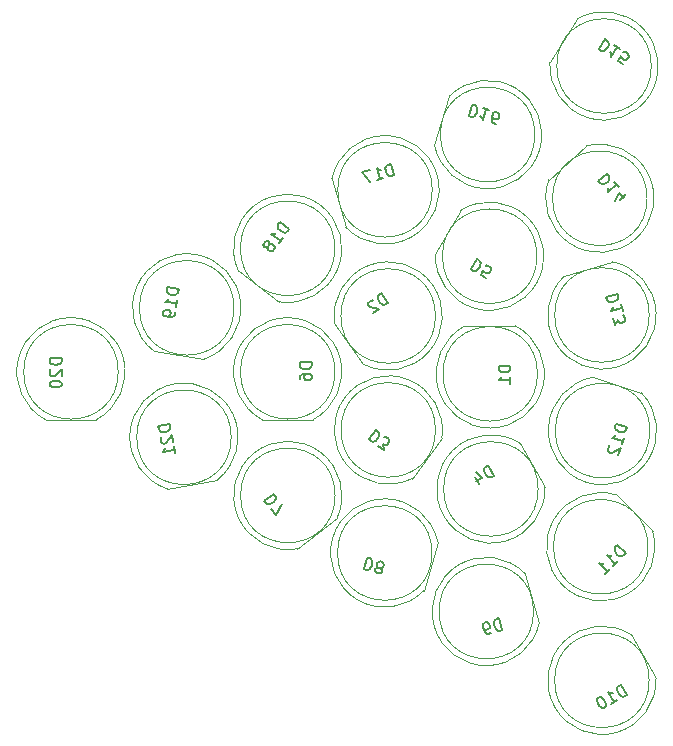
<source format=gbr>
%TF.GenerationSoftware,KiCad,Pcbnew,(6.0.2)*%
%TF.CreationDate,2022-03-10T12:30:13-08:00*%
%TF.ProjectId,triangle,74726961-6e67-46c6-952e-6b696361645f,rev?*%
%TF.SameCoordinates,Original*%
%TF.FileFunction,Legend,Bot*%
%TF.FilePolarity,Positive*%
%FSLAX46Y46*%
G04 Gerber Fmt 4.6, Leading zero omitted, Abs format (unit mm)*
G04 Created by KiCad (PCBNEW (6.0.2)) date 2022-03-10 12:30:13*
%MOMM*%
%LPD*%
G01*
G04 APERTURE LIST*
%ADD10C,0.150000*%
%ADD11C,0.120000*%
G04 APERTURE END LIST*
D10*
%TO.C,D9*%
X148734195Y-105381409D02*
X148458558Y-104420148D01*
X148229686Y-104485776D01*
X148105489Y-104570927D01*
X148040191Y-104688727D01*
X148020668Y-104793401D01*
X148027396Y-104989624D01*
X148066773Y-105126947D01*
X148165049Y-105296919D01*
X148237075Y-105375342D01*
X148354875Y-105440640D01*
X148505323Y-105447037D01*
X148734195Y-105381409D01*
X147727159Y-105670172D02*
X147544062Y-105722675D01*
X147439387Y-105703151D01*
X147380487Y-105670503D01*
X147249562Y-105559431D01*
X147151285Y-105389459D01*
X147046281Y-105023264D01*
X147065804Y-104918590D01*
X147098453Y-104859690D01*
X147176876Y-104787664D01*
X147359973Y-104735162D01*
X147464647Y-104754685D01*
X147523547Y-104787334D01*
X147595573Y-104865757D01*
X147661201Y-105094629D01*
X147641678Y-105199303D01*
X147609029Y-105258203D01*
X147530606Y-105330229D01*
X147347508Y-105382731D01*
X147242834Y-105363208D01*
X147183934Y-105330559D01*
X147111908Y-105252136D01*
%TO.C,D12*%
X159305474Y-88234939D02*
X158354418Y-87925922D01*
X158280842Y-88152364D01*
X158281985Y-88302944D01*
X158343132Y-88422951D01*
X158418994Y-88497670D01*
X158585432Y-88601818D01*
X158721297Y-88645964D01*
X158917166Y-88659536D01*
X159022458Y-88643677D01*
X159142465Y-88582531D01*
X159231899Y-88461381D01*
X159305474Y-88234939D01*
X158834591Y-89684168D02*
X159011172Y-89140707D01*
X158922882Y-89412437D02*
X157971825Y-89103420D01*
X158137121Y-89056989D01*
X158257128Y-88995842D01*
X158331846Y-88919980D01*
X157856391Y-89766888D02*
X157796387Y-89797461D01*
X157721669Y-89873323D01*
X157648093Y-90099765D01*
X157663951Y-90205057D01*
X157694525Y-90265060D01*
X157770386Y-90339779D01*
X157860963Y-90369209D01*
X158011544Y-90368066D01*
X158731586Y-90001186D01*
X158540289Y-90589936D01*
%TO.C,D15*%
X157409952Y-55372885D02*
X156880033Y-56220933D01*
X157081949Y-56347105D01*
X157228333Y-56382424D01*
X157359568Y-56352126D01*
X157450420Y-56296594D01*
X157591740Y-56160295D01*
X157667443Y-56039145D01*
X157727997Y-55852378D01*
X157738082Y-55746378D01*
X157707784Y-55615143D01*
X157611868Y-55499057D01*
X157409952Y-55372885D01*
X158702216Y-56180381D02*
X158217617Y-55877570D01*
X158459917Y-56028976D02*
X157929997Y-56877024D01*
X157924934Y-56705406D01*
X157894636Y-56574171D01*
X157839103Y-56483319D01*
X158939578Y-57507880D02*
X158535746Y-57255538D01*
X158747705Y-56826471D01*
X158762854Y-56892088D01*
X158818386Y-56982940D01*
X159020303Y-57109111D01*
X159126303Y-57119197D01*
X159191921Y-57104048D01*
X159282773Y-57048516D01*
X159408944Y-56846599D01*
X159419029Y-56740599D01*
X159403880Y-56674981D01*
X159348348Y-56584129D01*
X159146432Y-56457958D01*
X159040431Y-56447873D01*
X158974813Y-56463022D01*
%TO.C,D21*%
X120584649Y-87975606D02*
X119599842Y-88149255D01*
X119641186Y-88383733D01*
X119712889Y-88516150D01*
X119823218Y-88593404D01*
X119925278Y-88623761D01*
X120121130Y-88637581D01*
X120261816Y-88612774D01*
X120441130Y-88532803D01*
X120526652Y-88469369D01*
X120603905Y-88359040D01*
X120625994Y-88210084D01*
X120584649Y-87975606D01*
X119859012Y-89070629D02*
X119820385Y-89125793D01*
X119790028Y-89227854D01*
X119831372Y-89462332D01*
X119894806Y-89547854D01*
X119949971Y-89586480D01*
X120052031Y-89616838D01*
X120145822Y-89600300D01*
X120278240Y-89528598D01*
X120741760Y-88866623D01*
X120849256Y-89476266D01*
X121014635Y-90414178D02*
X120915408Y-89851431D01*
X120965021Y-90132804D02*
X119980214Y-90306452D01*
X120104363Y-90187854D01*
X120181616Y-90077525D01*
X120211974Y-89975465D01*
%TO.C,D5*%
X146536981Y-73989178D02*
X146036981Y-74855204D01*
X146243177Y-74974252D01*
X146390705Y-75004441D01*
X146520802Y-74969581D01*
X146609661Y-74910912D01*
X146746138Y-74769764D01*
X146817567Y-74646047D01*
X146871565Y-74457280D01*
X146877945Y-74350992D01*
X146843086Y-74220894D01*
X146743177Y-74108226D01*
X146536981Y-73989178D01*
X147315399Y-75593299D02*
X146903006Y-75355204D01*
X147099862Y-74919001D01*
X147117292Y-74984050D01*
X147175961Y-75072908D01*
X147382157Y-75191956D01*
X147488446Y-75198336D01*
X147553494Y-75180906D01*
X147642353Y-75122237D01*
X147761400Y-74916040D01*
X147767780Y-74809752D01*
X147750350Y-74744704D01*
X147691681Y-74655845D01*
X147485485Y-74536798D01*
X147379197Y-74530418D01*
X147314148Y-74547848D01*
%TO.C,D7*%
X129352064Y-93839859D02*
X128564053Y-94455520D01*
X128710639Y-94643142D01*
X128836115Y-94726398D01*
X128969798Y-94742812D01*
X129074164Y-94721702D01*
X129253578Y-94641957D01*
X129366151Y-94554006D01*
X129486931Y-94399213D01*
X129532663Y-94303054D01*
X129549077Y-94169371D01*
X129498650Y-94027481D01*
X129352064Y-93839859D01*
X129121080Y-95168483D02*
X129531521Y-95693823D01*
X130055677Y-94740443D01*
%TO.C,D20*%
X111402380Y-82385714D02*
X110402380Y-82385714D01*
X110402380Y-82623809D01*
X110450000Y-82766666D01*
X110545238Y-82861904D01*
X110640476Y-82909523D01*
X110830952Y-82957142D01*
X110973809Y-82957142D01*
X111164285Y-82909523D01*
X111259523Y-82861904D01*
X111354761Y-82766666D01*
X111402380Y-82623809D01*
X111402380Y-82385714D01*
X110497619Y-83338095D02*
X110450000Y-83385714D01*
X110402380Y-83480952D01*
X110402380Y-83719047D01*
X110450000Y-83814285D01*
X110497619Y-83861904D01*
X110592857Y-83909523D01*
X110688095Y-83909523D01*
X110830952Y-83861904D01*
X111402380Y-83290476D01*
X111402380Y-83909523D01*
X110402380Y-84528571D02*
X110402380Y-84623809D01*
X110450000Y-84719047D01*
X110497619Y-84766666D01*
X110592857Y-84814285D01*
X110783333Y-84861904D01*
X111021428Y-84861904D01*
X111211904Y-84814285D01*
X111307142Y-84766666D01*
X111354761Y-84719047D01*
X111402380Y-84623809D01*
X111402380Y-84528571D01*
X111354761Y-84433333D01*
X111307142Y-84385714D01*
X111211904Y-84338095D01*
X111021428Y-84290476D01*
X110783333Y-84290476D01*
X110592857Y-84338095D01*
X110497619Y-84385714D01*
X110450000Y-84433333D01*
X110402380Y-84528571D01*
%TO.C,D18*%
X130692062Y-71452477D02*
X129893427Y-70850662D01*
X129750138Y-71040814D01*
X129702194Y-71183562D01*
X129720939Y-71316939D01*
X129768342Y-71412285D01*
X129891805Y-71564946D01*
X130005896Y-71650920D01*
X130186675Y-71727521D01*
X130291393Y-71746807D01*
X130424769Y-71728062D01*
X130548773Y-71642629D01*
X130692062Y-71452477D01*
X129775011Y-72669446D02*
X130118905Y-72213083D01*
X129946958Y-72441264D02*
X129148323Y-71839449D01*
X129319729Y-71849362D01*
X129453105Y-71830618D01*
X129548451Y-71783215D01*
X128974753Y-72781915D02*
X128994039Y-72677196D01*
X128984667Y-72610508D01*
X128937264Y-72515162D01*
X128899234Y-72486504D01*
X128794515Y-72467219D01*
X128727827Y-72476591D01*
X128632481Y-72523994D01*
X128517850Y-72676115D01*
X128498564Y-72780833D01*
X128507937Y-72847522D01*
X128555339Y-72942868D01*
X128593370Y-72971525D01*
X128698088Y-72990811D01*
X128764776Y-72981438D01*
X128860122Y-72934036D01*
X128974753Y-72781915D01*
X129070099Y-72734512D01*
X129136788Y-72725140D01*
X129241506Y-72744425D01*
X129393627Y-72859057D01*
X129441030Y-72954403D01*
X129450402Y-73021091D01*
X129431117Y-73125809D01*
X129316485Y-73277930D01*
X129221139Y-73325333D01*
X129154451Y-73334705D01*
X129049733Y-73315420D01*
X128897612Y-73200788D01*
X128850209Y-73105442D01*
X128840837Y-73038754D01*
X128860122Y-72934036D01*
%TO.C,D1*%
X149402380Y-83011904D02*
X148402380Y-83011904D01*
X148402380Y-83250000D01*
X148450000Y-83392857D01*
X148545238Y-83488095D01*
X148640476Y-83535714D01*
X148830952Y-83583333D01*
X148973809Y-83583333D01*
X149164285Y-83535714D01*
X149259523Y-83488095D01*
X149354761Y-83392857D01*
X149402380Y-83250000D01*
X149402380Y-83011904D01*
X149402380Y-84535714D02*
X149402380Y-83964285D01*
X149402380Y-84250000D02*
X148402380Y-84250000D01*
X148545238Y-84154761D01*
X148640476Y-84059523D01*
X148688095Y-83964285D01*
%TO.C,D6*%
X132577180Y-82746104D02*
X131577180Y-82746104D01*
X131577180Y-82984200D01*
X131624800Y-83127057D01*
X131720038Y-83222295D01*
X131815276Y-83269914D01*
X132005752Y-83317533D01*
X132148609Y-83317533D01*
X132339085Y-83269914D01*
X132434323Y-83222295D01*
X132529561Y-83127057D01*
X132577180Y-82984200D01*
X132577180Y-82746104D01*
X131577180Y-84174676D02*
X131577180Y-83984200D01*
X131624800Y-83888961D01*
X131672419Y-83841342D01*
X131815276Y-83746104D01*
X132005752Y-83698485D01*
X132386704Y-83698485D01*
X132481942Y-83746104D01*
X132529561Y-83793723D01*
X132577180Y-83888961D01*
X132577180Y-84079438D01*
X132529561Y-84174676D01*
X132481942Y-84222295D01*
X132386704Y-84269914D01*
X132148609Y-84269914D01*
X132053371Y-84222295D01*
X132005752Y-84174676D01*
X131958133Y-84079438D01*
X131958133Y-83888961D01*
X132005752Y-83793723D01*
X132053371Y-83746104D01*
X132148609Y-83698485D01*
%TO.C,D16*%
X146171036Y-60912363D02*
X145878664Y-61868667D01*
X146106356Y-61938280D01*
X146256893Y-61934509D01*
X146375815Y-61871277D01*
X146449198Y-61794123D01*
X146550426Y-61625892D01*
X146592193Y-61489277D01*
X146602345Y-61293201D01*
X146584652Y-61188202D01*
X146521420Y-61069281D01*
X146398727Y-60981975D01*
X146171036Y-60912363D01*
X147628262Y-61357881D02*
X147081802Y-61190812D01*
X147355032Y-61274347D02*
X147062660Y-62230651D01*
X147013351Y-62066192D01*
X146950119Y-61947270D01*
X146872965Y-61873887D01*
X148155580Y-62564791D02*
X147973427Y-62509101D01*
X147896273Y-62435717D01*
X147864657Y-62376257D01*
X147815347Y-62211797D01*
X147825499Y-62015721D01*
X147936879Y-61651414D01*
X148010262Y-61574260D01*
X148069723Y-61542644D01*
X148174722Y-61524951D01*
X148356875Y-61580641D01*
X148434029Y-61654024D01*
X148465645Y-61713485D01*
X148483339Y-61818484D01*
X148413726Y-62046176D01*
X148340343Y-62123330D01*
X148280882Y-62154946D01*
X148175883Y-62172639D01*
X147993730Y-62116949D01*
X147916576Y-62043566D01*
X147884960Y-61984105D01*
X147867266Y-61879106D01*
%TO.C,D11*%
X159178511Y-98911251D02*
X158471404Y-98204145D01*
X158303045Y-98372503D01*
X158235702Y-98507190D01*
X158235702Y-98641877D01*
X158269374Y-98742893D01*
X158370389Y-98911251D01*
X158471404Y-99012267D01*
X158639763Y-99113282D01*
X158740778Y-99146954D01*
X158875465Y-99146954D01*
X159010152Y-99079610D01*
X159178511Y-98911251D01*
X158101015Y-99988748D02*
X158505076Y-99584687D01*
X158303045Y-99786717D02*
X157595938Y-99079610D01*
X157764297Y-99113282D01*
X157898984Y-99113282D01*
X158000000Y-99079610D01*
X157427580Y-100662183D02*
X157831641Y-100258122D01*
X157629610Y-100460152D02*
X156922503Y-99753045D01*
X157090862Y-99786717D01*
X157225549Y-99786717D01*
X157326564Y-99753045D01*
%TO.C,D19*%
X121336767Y-76521432D02*
X120349079Y-76364997D01*
X120311832Y-76600161D01*
X120336517Y-76748709D01*
X120415684Y-76857673D01*
X120502301Y-76919604D01*
X120682983Y-76996434D01*
X120824081Y-77018782D01*
X121019661Y-77001546D01*
X121121176Y-76969412D01*
X121230140Y-76890245D01*
X121299521Y-76756596D01*
X121336767Y-76521432D01*
X121098391Y-78026481D02*
X121187782Y-77462087D01*
X121143086Y-77744284D02*
X120155398Y-77587849D01*
X120311395Y-77516132D01*
X120420359Y-77436965D01*
X120482290Y-77350348D01*
X121023898Y-78496808D02*
X120994101Y-78684939D01*
X120932170Y-78771556D01*
X120877688Y-78811139D01*
X120721691Y-78882857D01*
X120526110Y-78900093D01*
X120149848Y-78840499D01*
X120063232Y-78778567D01*
X120023648Y-78724085D01*
X119991514Y-78622571D01*
X120021311Y-78434439D01*
X120083243Y-78347823D01*
X120137725Y-78308240D01*
X120239239Y-78276105D01*
X120474403Y-78313352D01*
X120561020Y-78375283D01*
X120600603Y-78429765D01*
X120632737Y-78531280D01*
X120602940Y-78719411D01*
X120541009Y-78806027D01*
X120486527Y-78845611D01*
X120385012Y-78877745D01*
%TO.C,D3*%
X138018771Y-88450174D02*
X137430986Y-89259191D01*
X137623609Y-89399140D01*
X137767172Y-89444585D01*
X137900201Y-89423515D01*
X137994705Y-89374456D01*
X138145189Y-89248347D01*
X138229158Y-89132773D01*
X138302593Y-88950685D01*
X138320048Y-88845646D01*
X138298978Y-88712617D01*
X138211394Y-88590123D01*
X138018771Y-88450174D01*
X138162953Y-89790997D02*
X138663773Y-90154864D01*
X138618019Y-89650739D01*
X138733593Y-89734708D01*
X138838632Y-89752163D01*
X138905146Y-89741628D01*
X138999651Y-89692568D01*
X139139599Y-89499945D01*
X139157054Y-89394906D01*
X139146520Y-89328392D01*
X139097460Y-89233888D01*
X138866312Y-89065949D01*
X138761273Y-89048494D01*
X138694759Y-89059029D01*
%TO.C,D10*%
X159277792Y-110884630D02*
X158777792Y-110018605D01*
X158571596Y-110137652D01*
X158471687Y-110250320D01*
X158436828Y-110380418D01*
X158443208Y-110486706D01*
X158497206Y-110675473D01*
X158568635Y-110799191D01*
X158705112Y-110940338D01*
X158793971Y-110999007D01*
X158924068Y-111033867D01*
X159071596Y-111003678D01*
X159277792Y-110884630D01*
X157958134Y-111646535D02*
X158453006Y-111360821D01*
X158205570Y-111503678D02*
X157705570Y-110637652D01*
X157859478Y-110713751D01*
X157989575Y-110748611D01*
X158095863Y-110742231D01*
X156922024Y-111090033D02*
X156839545Y-111137652D01*
X156780876Y-111226511D01*
X156763446Y-111291559D01*
X156769826Y-111397848D01*
X156823825Y-111586614D01*
X156942872Y-111792811D01*
X157079350Y-111933959D01*
X157168208Y-111992628D01*
X157233257Y-112010057D01*
X157339545Y-112003678D01*
X157422024Y-111956059D01*
X157480693Y-111867200D01*
X157498122Y-111802151D01*
X157491743Y-111695863D01*
X157437744Y-111507097D01*
X157318696Y-111300900D01*
X157182219Y-111159752D01*
X157093360Y-111101083D01*
X157028312Y-111083653D01*
X156922024Y-111090033D01*
%TO.C,D8*%
X137265190Y-99261696D02*
X136989553Y-100222958D01*
X137218424Y-100288586D01*
X137368873Y-100282188D01*
X137486673Y-100216891D01*
X137558699Y-100138468D01*
X137656975Y-99968496D01*
X137696352Y-99831173D01*
X137703080Y-99634950D01*
X137683557Y-99530275D01*
X137618259Y-99412475D01*
X137494062Y-99327324D01*
X137265190Y-99261696D01*
X138206268Y-100126003D02*
X138101593Y-100145526D01*
X138042693Y-100178175D01*
X137970668Y-100256598D01*
X137957542Y-100302372D01*
X137977065Y-100407047D01*
X138009714Y-100465947D01*
X138088137Y-100537972D01*
X138271235Y-100590475D01*
X138375909Y-100570951D01*
X138434809Y-100538303D01*
X138506835Y-100459879D01*
X138519960Y-100414105D01*
X138500437Y-100309431D01*
X138467788Y-100250531D01*
X138389365Y-100178505D01*
X138206268Y-100126003D01*
X138127844Y-100053977D01*
X138095196Y-99995077D01*
X138075673Y-99890403D01*
X138128175Y-99707306D01*
X138200200Y-99628882D01*
X138259100Y-99596234D01*
X138363775Y-99576711D01*
X138546872Y-99629213D01*
X138625295Y-99701238D01*
X138657944Y-99760138D01*
X138677467Y-99864813D01*
X138624965Y-100047910D01*
X138552939Y-100126333D01*
X138494039Y-100158982D01*
X138389365Y-100178505D01*
%TO.C,D17*%
X139541939Y-66900153D02*
X139266302Y-65938892D01*
X139037430Y-66004520D01*
X138913232Y-66089671D01*
X138847935Y-66207471D01*
X138828411Y-66312145D01*
X138835139Y-66508368D01*
X138874516Y-66645691D01*
X138972793Y-66815663D01*
X139044819Y-66894086D01*
X139162618Y-66959384D01*
X139313067Y-66965781D01*
X139541939Y-66900153D01*
X138077159Y-67320172D02*
X138626452Y-67162665D01*
X138351805Y-67241419D02*
X138076168Y-66280157D01*
X138207094Y-66391229D01*
X138324893Y-66456527D01*
X138429568Y-66476050D01*
X137481101Y-66450790D02*
X136840260Y-66634548D01*
X137527867Y-67477679D01*
%TO.C,D14*%
X157573668Y-66744907D02*
X156830524Y-67414038D01*
X156989840Y-67590977D01*
X157120818Y-67665277D01*
X157255321Y-67672326D01*
X157357960Y-67643988D01*
X157531374Y-67551922D01*
X157637538Y-67456332D01*
X157747226Y-67293491D01*
X157786138Y-67194376D01*
X157793187Y-67059874D01*
X157732985Y-66921847D01*
X157573668Y-66744907D01*
X158593296Y-67877319D02*
X158210936Y-67452664D01*
X158402116Y-67664991D02*
X157658971Y-68334122D01*
X157701408Y-68167756D01*
X157708457Y-68033254D01*
X157680118Y-67930615D01*
X158671407Y-68960387D02*
X159166836Y-68514300D01*
X158228987Y-69038355D02*
X158600488Y-68383465D01*
X159014712Y-68843507D01*
%TO.C,D13*%
X158477591Y-76906509D02*
X157521286Y-77198881D01*
X157590898Y-77426572D01*
X157678204Y-77549265D01*
X157797126Y-77612496D01*
X157902125Y-77630190D01*
X158098200Y-77620038D01*
X158234815Y-77578271D01*
X158403046Y-77477043D01*
X158480200Y-77403660D01*
X158543432Y-77284738D01*
X158547203Y-77134201D01*
X158477591Y-76906509D01*
X158923110Y-78363735D02*
X158756040Y-77817275D01*
X158839575Y-78090505D02*
X157883270Y-78382877D01*
X157992040Y-78250033D01*
X158055272Y-78131111D01*
X158072965Y-78026112D01*
X158064262Y-78974875D02*
X158245254Y-79566873D01*
X158512103Y-79136725D01*
X158553871Y-79273340D01*
X158627254Y-79350495D01*
X158686715Y-79382110D01*
X158791714Y-79399804D01*
X159019406Y-79330191D01*
X159096560Y-79256808D01*
X159128176Y-79197347D01*
X159145869Y-79092348D01*
X159062334Y-78819118D01*
X158988951Y-78741964D01*
X158929490Y-78710348D01*
%TO.C,D2*%
X139064087Y-77697214D02*
X138490510Y-76878062D01*
X138295474Y-77014628D01*
X138205766Y-77135575D01*
X138182377Y-77268216D01*
X138197997Y-77373543D01*
X138268242Y-77556885D01*
X138350181Y-77673907D01*
X138498441Y-77802623D01*
X138592075Y-77853324D01*
X138724716Y-77876712D01*
X138869051Y-77833780D01*
X139064087Y-77697214D01*
X137764992Y-77502340D02*
X137698671Y-77490646D01*
X137593344Y-77506265D01*
X137398308Y-77642831D01*
X137347606Y-77736464D01*
X137335912Y-77802785D01*
X137351531Y-77908112D01*
X137406158Y-77986127D01*
X137527104Y-78075835D01*
X138322949Y-78216164D01*
X137815855Y-78571235D01*
%TO.C,D4*%
X148015399Y-92322725D02*
X147515399Y-91456700D01*
X147309203Y-91575747D01*
X147209294Y-91688415D01*
X147174435Y-91818513D01*
X147180814Y-91924801D01*
X147234813Y-92113568D01*
X147306242Y-92237286D01*
X147442719Y-92378434D01*
X147531578Y-92437103D01*
X147661675Y-92471962D01*
X147809203Y-92441773D01*
X148015399Y-92322725D01*
X146444887Y-92459661D02*
X146778220Y-93037011D01*
X146460607Y-92010699D02*
X147023946Y-92510241D01*
X146487835Y-92819764D01*
D11*
%TO.C,D9*%
X150681103Y-100646979D02*
X151861934Y-104765024D01*
X150681339Y-100647801D02*
G75*
G03*
X142956739Y-105090732I-3312543J-3177288D01*
G01*
X142956471Y-105089797D02*
G75*
G03*
X151861698Y-104764202I4412325J1264708D01*
G01*
X151368796Y-103825089D02*
G75*
G03*
X151368796Y-103825089I-4000000J0D01*
G01*
%TO.C,D12*%
X156428769Y-83988559D02*
X160503095Y-85312388D01*
X156429582Y-83988824D02*
G75*
G03*
X155793397Y-92877263I781741J-4522939D01*
G01*
X155792473Y-92876962D02*
G75*
G03*
X160502282Y-85312124I1418850J4365199D01*
G01*
X161211323Y-88511763D02*
G75*
G03*
X161211323Y-88511763I-4000000J0D01*
G01*
%TO.C,D15*%
X152756306Y-57305551D02*
X155026480Y-53672513D01*
X152756759Y-57304826D02*
G75*
G03*
X161227266Y-60072421I4577709J-335678D01*
G01*
X161226751Y-60073246D02*
G75*
G03*
X155026027Y-53673238I-3892283J2432742D01*
G01*
X161334468Y-57640504D02*
G75*
G03*
X161334468Y-57640504I-4000000J0D01*
G01*
%TO.C,D21*%
X124583670Y-92700306D02*
X120364753Y-93444215D01*
X124582828Y-92700454D02*
G75*
G03*
X120971676Y-84553758I-2813628J3626513D01*
G01*
X120972633Y-84553589D02*
G75*
G03*
X120365595Y-93444066I796567J-4520352D01*
G01*
X125769200Y-89073941D02*
G75*
G03*
X125769200Y-89073941I-4000000J0D01*
G01*
%TO.C,D5*%
X151650222Y-73747500D02*
G75*
G03*
X151650222Y-73747500I-4000000J0D01*
G01*
X151625036Y-76042921D02*
G75*
G03*
X145204731Y-69863214I-3974814J2295421D01*
G01*
X143063587Y-73571786D02*
G75*
G03*
X151625522Y-76042079I4586635J-175714D01*
G01*
X143063159Y-73572526D02*
X145205159Y-69862474D01*
%TO.C,D7*%
X134746560Y-95880190D02*
X131370722Y-98517684D01*
X127733552Y-90382344D02*
G75*
G03*
X131371395Y-98517157I2825503J-3617269D01*
G01*
X134745886Y-95880716D02*
G75*
G03*
X127732786Y-90382943I-4186831J1881103D01*
G01*
X134559055Y-93999613D02*
G75*
G03*
X134559055Y-93999613I-4000000J0D01*
G01*
%TO.C,D20*%
X114342000Y-87595000D02*
X110058000Y-87595000D01*
X114341145Y-87595000D02*
G75*
G03*
X112199514Y-78945000I-2141145J4060000D01*
G01*
X112200486Y-78945000D02*
G75*
G03*
X110058855Y-87595000I-486J-4590000D01*
G01*
X116200000Y-83535000D02*
G75*
G03*
X116200000Y-83535000I-4000000J0D01*
G01*
%TO.C,D18*%
X129813766Y-77610147D02*
X126392412Y-75031971D01*
X133309177Y-69413154D02*
G75*
G03*
X126393095Y-75032486I-2762719J-3665445D01*
G01*
X129813083Y-77609632D02*
G75*
G03*
X133308401Y-69412570I733375J4531033D01*
G01*
X134546458Y-73078599D02*
G75*
G03*
X134546458Y-73078599I-4000000J0D01*
G01*
%TO.C,D1*%
X145558000Y-79645000D02*
X149842000Y-79645000D01*
X147699514Y-88295000D02*
G75*
G03*
X149841145Y-79645000I486J4590000D01*
G01*
X145558855Y-79645000D02*
G75*
G03*
X147700486Y-88295000I2141145J-4060000D01*
G01*
X151700000Y-83705000D02*
G75*
G03*
X151700000Y-83705000I-4000000J0D01*
G01*
%TO.C,D6*%
X132692000Y-87595000D02*
X128408000Y-87595000D01*
X132691145Y-87595000D02*
G75*
G03*
X130549514Y-78945000I-2141145J4060000D01*
G01*
X130550486Y-78945000D02*
G75*
G03*
X128408855Y-87595000I-486J-4590000D01*
G01*
X134550000Y-83535000D02*
G75*
G03*
X134550000Y-83535000I-4000000J0D01*
G01*
%TO.C,D16*%
X142969381Y-64304408D02*
X144221902Y-60207598D01*
X142969632Y-64303590D02*
G75*
G03*
X151867820Y-64784553I4508607J860558D01*
G01*
X151867536Y-64785483D02*
G75*
G03*
X144221652Y-60208416I-4389297J1342451D01*
G01*
X151478239Y-63443032D02*
G75*
G03*
X151478239Y-63443032I-4000000J0D01*
G01*
%TO.C,D11*%
X158409193Y-93961562D02*
X161438438Y-96990807D01*
X158409797Y-93962166D02*
G75*
G03*
X153807686Y-101593002I-1356835J-4384872D01*
G01*
X153806998Y-101592314D02*
G75*
G03*
X161437834Y-96990203I3245964J3245276D01*
G01*
X161052962Y-98347038D02*
G75*
G03*
X161052962Y-98347038I-4000000J0D01*
G01*
%TO.C,D19*%
X123478512Y-82463551D02*
X119247256Y-81793386D01*
X123477668Y-82463417D02*
G75*
G03*
X122715562Y-73584888I-1479660J4344963D01*
G01*
X122716522Y-73585041D02*
G75*
G03*
X119248100Y-81793520I-718514J-4533413D01*
G01*
X125998008Y-78118454D02*
G75*
G03*
X125998008Y-78118454I-4000000J0D01*
G01*
%TO.C,D3*%
X143609867Y-89108994D02*
X141091795Y-92574823D01*
X135353119Y-85757172D02*
G75*
G03*
X141092298Y-92574131I3713103J-2698328D01*
G01*
X143609364Y-89109685D02*
G75*
G03*
X135352548Y-85757959I-4543142J654185D01*
G01*
X143066222Y-88455500D02*
G75*
G03*
X143066222Y-88455500I-4000000J0D01*
G01*
%TO.C,D10*%
X159595285Y-105767474D02*
X161737285Y-109477526D01*
X159595713Y-105768214D02*
G75*
G03*
X153175408Y-111947921I-2445491J-3884286D01*
G01*
X153174921Y-111947079D02*
G75*
G03*
X161736858Y-109476786I3975301J2294579D01*
G01*
X161150222Y-109652500D02*
G75*
G03*
X161150222Y-109652500I-4000000J0D01*
G01*
%TO.C,D8*%
X142768796Y-98874911D02*
G75*
G03*
X142768796Y-98874911I-4000000J0D01*
G01*
X143261698Y-97935798D02*
G75*
G03*
X134356471Y-97610203I-4492902J-939113D01*
G01*
X134356739Y-97609268D02*
G75*
G03*
X142081339Y-102052199I4412057J-1265643D01*
G01*
X143261934Y-97934976D02*
X142081103Y-102053021D01*
%TO.C,D17*%
X135477292Y-71303140D02*
X134296461Y-67185095D01*
X135477056Y-71302318D02*
G75*
G03*
X143201656Y-66859387I3312543J3177288D01*
G01*
X143201924Y-66860322D02*
G75*
G03*
X134296697Y-67185917I-4412325J-1264708D01*
G01*
X142789599Y-68125030D02*
G75*
G03*
X142789599Y-68125030I-4000000J0D01*
G01*
%TO.C,D14*%
X152666208Y-67256801D02*
X155849840Y-64390245D01*
X160045642Y-72252051D02*
G75*
G03*
X155849205Y-64390817I-3070948J3411360D01*
G01*
X152666842Y-67256229D02*
G75*
G03*
X160046365Y-72251401I4307852J-1584462D01*
G01*
X160974693Y-68840691D02*
G75*
G03*
X160974693Y-68840691I-3999999J0D01*
G01*
%TO.C,D13*%
X153921534Y-75465424D02*
X158018344Y-74212903D01*
X158498489Y-83111343D02*
G75*
G03*
X158017526Y-74213153I-1341521J4389582D01*
G01*
X153922352Y-75465174D02*
G75*
G03*
X158499419Y-83111058I3234616J-3256587D01*
G01*
X161156968Y-78721761D02*
G75*
G03*
X161156968Y-78721761I-4000000J0D01*
G01*
%TO.C,D2*%
X136963328Y-82890681D02*
X134506127Y-79381434D01*
X136962838Y-82889981D02*
G75*
G03*
X142820114Y-76174223I2097647J4082644D01*
G01*
X142820672Y-76175019D02*
G75*
G03*
X134506617Y-79382134I-3760187J-2632318D01*
G01*
X143060485Y-78807337D02*
G75*
G03*
X143060485Y-78807337I-4000000J0D01*
G01*
%TO.C,D4*%
X150195285Y-89567474D02*
X152337285Y-93277526D01*
X150195713Y-89568214D02*
G75*
G03*
X143775408Y-95747921I-2445491J-3884286D01*
G01*
X143774921Y-95747079D02*
G75*
G03*
X152336858Y-93276786I3975301J2294579D01*
G01*
X151750222Y-93452500D02*
G75*
G03*
X151750222Y-93452500I-4000000J0D01*
G01*
%TD*%
M02*

</source>
